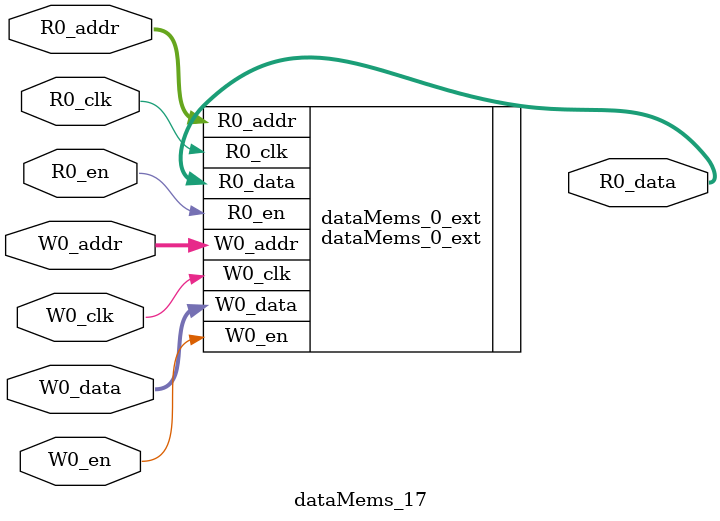
<source format=sv>
`ifndef RANDOMIZE
  `ifdef RANDOMIZE_REG_INIT
    `define RANDOMIZE
  `endif // RANDOMIZE_REG_INIT
`endif // not def RANDOMIZE
`ifndef RANDOMIZE
  `ifdef RANDOMIZE_MEM_INIT
    `define RANDOMIZE
  `endif // RANDOMIZE_MEM_INIT
`endif // not def RANDOMIZE

`ifndef RANDOM
  `define RANDOM $random
`endif // not def RANDOM

// Users can define 'PRINTF_COND' to add an extra gate to prints.
`ifndef PRINTF_COND_
  `ifdef PRINTF_COND
    `define PRINTF_COND_ (`PRINTF_COND)
  `else  // PRINTF_COND
    `define PRINTF_COND_ 1
  `endif // PRINTF_COND
`endif // not def PRINTF_COND_

// Users can define 'ASSERT_VERBOSE_COND' to add an extra gate to assert error printing.
`ifndef ASSERT_VERBOSE_COND_
  `ifdef ASSERT_VERBOSE_COND
    `define ASSERT_VERBOSE_COND_ (`ASSERT_VERBOSE_COND)
  `else  // ASSERT_VERBOSE_COND
    `define ASSERT_VERBOSE_COND_ 1
  `endif // ASSERT_VERBOSE_COND
`endif // not def ASSERT_VERBOSE_COND_

// Users can define 'STOP_COND' to add an extra gate to stop conditions.
`ifndef STOP_COND_
  `ifdef STOP_COND
    `define STOP_COND_ (`STOP_COND)
  `else  // STOP_COND
    `define STOP_COND_ 1
  `endif // STOP_COND
`endif // not def STOP_COND_

// Users can define INIT_RANDOM as general code that gets injected into the
// initializer block for modules with registers.
`ifndef INIT_RANDOM
  `define INIT_RANDOM
`endif // not def INIT_RANDOM

// If using random initialization, you can also define RANDOMIZE_DELAY to
// customize the delay used, otherwise 0.002 is used.
`ifndef RANDOMIZE_DELAY
  `define RANDOMIZE_DELAY 0.002
`endif // not def RANDOMIZE_DELAY

// Define INIT_RANDOM_PROLOG_ for use in our modules below.
`ifndef INIT_RANDOM_PROLOG_
  `ifdef RANDOMIZE
    `ifdef VERILATOR
      `define INIT_RANDOM_PROLOG_ `INIT_RANDOM
    `else  // VERILATOR
      `define INIT_RANDOM_PROLOG_ `INIT_RANDOM #`RANDOMIZE_DELAY begin end
    `endif // VERILATOR
  `else  // RANDOMIZE
    `define INIT_RANDOM_PROLOG_
  `endif // RANDOMIZE
`endif // not def INIT_RANDOM_PROLOG_

// Include register initializers in init blocks unless synthesis is set
`ifndef SYNTHESIS
  `ifndef ENABLE_INITIAL_REG_
    `define ENABLE_INITIAL_REG_
  `endif // not def ENABLE_INITIAL_REG_
`endif // not def SYNTHESIS

// Include rmemory initializers in init blocks unless synthesis is set
`ifndef SYNTHESIS
  `ifndef ENABLE_INITIAL_MEM_
    `define ENABLE_INITIAL_MEM_
  `endif // not def ENABLE_INITIAL_MEM_
`endif // not def SYNTHESIS

module dataMems_17(	// @[generators/ara/src/main/scala/UnsafeAXI4ToTL.scala:365:62]
  input  [4:0]   R0_addr,
  input          R0_en,
  input          R0_clk,
  output [514:0] R0_data,
  input  [4:0]   W0_addr,
  input          W0_en,
  input          W0_clk,
  input  [514:0] W0_data
);

  dataMems_0_ext dataMems_0_ext (	// @[generators/ara/src/main/scala/UnsafeAXI4ToTL.scala:365:62]
    .R0_addr (R0_addr),
    .R0_en   (R0_en),
    .R0_clk  (R0_clk),
    .R0_data (R0_data),
    .W0_addr (W0_addr),
    .W0_en   (W0_en),
    .W0_clk  (W0_clk),
    .W0_data (W0_data)
  );
endmodule


</source>
